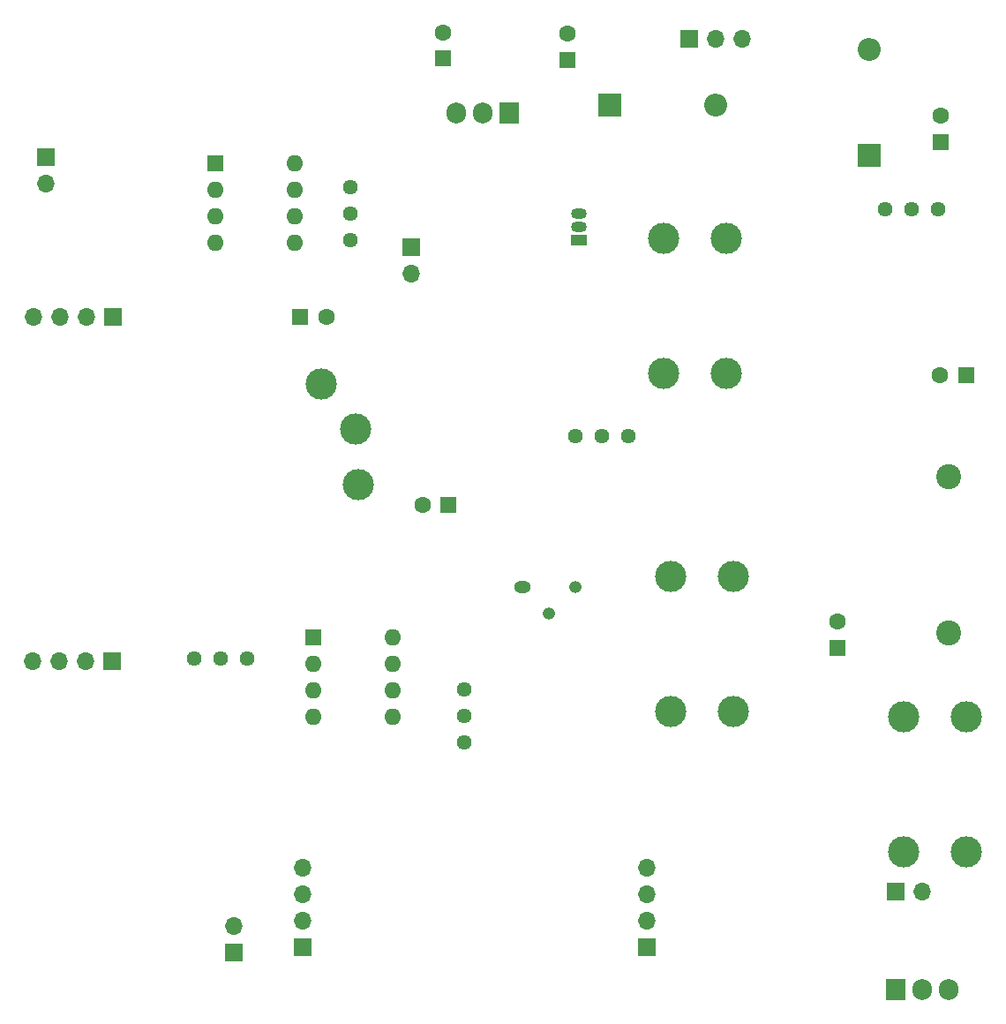
<source format=gbr>
%TF.GenerationSoftware,KiCad,Pcbnew,(6.0.7)*%
%TF.CreationDate,2022-09-22T21:01:33-04:00*%
%TF.ProjectId,Bitx40pa,42697478-3430-4706-912e-6b696361645f,rev?*%
%TF.SameCoordinates,Original*%
%TF.FileFunction,Soldermask,Bot*%
%TF.FilePolarity,Negative*%
%FSLAX46Y46*%
G04 Gerber Fmt 4.6, Leading zero omitted, Abs format (unit mm)*
G04 Created by KiCad (PCBNEW (6.0.7)) date 2022-09-22 21:01:33*
%MOMM*%
%LPD*%
G01*
G04 APERTURE LIST*
%ADD10R,1.700000X1.700000*%
%ADD11O,1.700000X1.700000*%
%ADD12R,1.600000X1.600000*%
%ADD13C,1.600000*%
%ADD14C,3.000000*%
%ADD15C,2.400000*%
%ADD16C,1.440000*%
%ADD17O,1.600000X1.200000*%
%ADD18O,1.200000X1.200000*%
%ADD19R,2.200000X2.200000*%
%ADD20O,2.200000X2.200000*%
%ADD21O,1.600000X1.600000*%
%ADD22R,1.905000X2.000000*%
%ADD23O,1.905000X2.000000*%
%ADD24R,1.500000X1.050000*%
%ADD25O,1.500000X1.050000*%
G04 APERTURE END LIST*
D10*
%TO.C,J4*%
X112263000Y-101600000D03*
D11*
X114803000Y-101600000D03*
%TD*%
D12*
%TO.C,C27*%
X116586000Y-29718000D03*
D13*
X116586000Y-27218000D03*
%TD*%
D14*
%TO.C,T3*%
X113030000Y-84836000D03*
X113030000Y-97836000D03*
X119030000Y-84836000D03*
X119030000Y-97836000D03*
%TD*%
%TO.C,T2*%
X90678000Y-71374000D03*
X90678000Y-84374000D03*
X96678000Y-71374000D03*
X96678000Y-84374000D03*
%TD*%
%TO.C,T1*%
X89964000Y-38966000D03*
X89964000Y-51966000D03*
X95964000Y-38966000D03*
X95964000Y-51966000D03*
%TD*%
D10*
%TO.C,U1*%
X37130000Y-46482000D03*
D11*
X34590000Y-46482000D03*
X32050000Y-46482000D03*
X29510000Y-46482000D03*
X29464000Y-79502000D03*
X32004000Y-79502000D03*
X34544000Y-79502000D03*
D10*
X37084000Y-79502000D03*
%TD*%
D14*
%TO.C,TR1*%
X57164000Y-52959000D03*
X60466000Y-57277000D03*
X60720000Y-62611000D03*
%TD*%
D12*
%TO.C,C23*%
X119008700Y-52070000D03*
D13*
X116508700Y-52070000D03*
%TD*%
D15*
%TO.C,L1*%
X117348000Y-61842000D03*
X117348000Y-76842000D03*
%TD*%
D12*
%TO.C,C37*%
X80772000Y-21844000D03*
D13*
X80772000Y-19344000D03*
%TD*%
D10*
%TO.C,J1*%
X30734000Y-31237000D03*
D11*
X30734000Y-33777000D03*
%TD*%
D16*
%TO.C,RV4*%
X111252000Y-36202000D03*
X113792000Y-36202000D03*
X116332000Y-36202000D03*
%TD*%
D12*
%TO.C,C38*%
X68834000Y-21726700D03*
D13*
X68834000Y-19226700D03*
%TD*%
D16*
%TO.C,RV5*%
X59944000Y-39126000D03*
X59944000Y-36586000D03*
X59944000Y-34046000D03*
%TD*%
D10*
%TO.C,U3*%
X88392000Y-106980000D03*
D11*
X88392000Y-104440000D03*
X88392000Y-101900000D03*
X88392000Y-99360000D03*
X55372000Y-99314000D03*
X55372000Y-101854000D03*
X55372000Y-104394000D03*
D10*
X55372000Y-106934000D03*
%TD*%
D12*
%TO.C,C22*%
X106680000Y-78232000D03*
D13*
X106680000Y-75732000D03*
%TD*%
D17*
%TO.C,Q2*%
X76454000Y-72390000D03*
D18*
X78994000Y-74930000D03*
X81534000Y-72390000D03*
%TD*%
D19*
%TO.C,D4*%
X84836000Y-26162000D03*
D20*
X94996000Y-26162000D03*
%TD*%
D16*
%TO.C,RV1*%
X50048000Y-79248000D03*
X47508000Y-79248000D03*
X44968000Y-79248000D03*
%TD*%
D12*
%TO.C,U2*%
X56398000Y-77226000D03*
D21*
X56398000Y-79766000D03*
X56398000Y-82306000D03*
X56398000Y-84846000D03*
X64018000Y-84846000D03*
X64018000Y-82306000D03*
X64018000Y-79766000D03*
X64018000Y-77226000D03*
%TD*%
D10*
%TO.C,J7*%
X92471000Y-19812000D03*
D11*
X95011000Y-19812000D03*
X97551000Y-19812000D03*
%TD*%
D12*
%TO.C,C8*%
X69342000Y-64516000D03*
D13*
X66842000Y-64516000D03*
%TD*%
D22*
%TO.C,U5*%
X75184000Y-26995000D03*
D23*
X72644000Y-26995000D03*
X70104000Y-26995000D03*
%TD*%
D12*
%TO.C,U4*%
X46990000Y-31750000D03*
D21*
X46990000Y-34290000D03*
X46990000Y-36830000D03*
X46990000Y-39370000D03*
X54610000Y-39370000D03*
X54610000Y-36830000D03*
X54610000Y-34290000D03*
X54610000Y-31750000D03*
%TD*%
D12*
%TO.C,C31*%
X55118000Y-46482000D03*
D13*
X57618000Y-46482000D03*
%TD*%
D19*
%TO.C,D1*%
X109728000Y-30988000D03*
D20*
X109728000Y-20828000D03*
%TD*%
D16*
%TO.C,RV3*%
X86624000Y-57912000D03*
X84084000Y-57912000D03*
X81544000Y-57912000D03*
%TD*%
D10*
%TO.C,J2*%
X65786000Y-39873000D03*
D11*
X65786000Y-42413000D03*
%TD*%
D10*
%TO.C,J3*%
X48768000Y-107442000D03*
D11*
X48768000Y-104902000D03*
%TD*%
D16*
%TO.C,RV2*%
X70866000Y-82286000D03*
X70866000Y-84826000D03*
X70866000Y-87366000D03*
%TD*%
D22*
%TO.C,Q4*%
X112268000Y-110998000D03*
D23*
X114808000Y-110998000D03*
X117348000Y-110998000D03*
%TD*%
D24*
%TO.C,Q1*%
X81894000Y-39116000D03*
D25*
X81894000Y-37846000D03*
X81894000Y-36576000D03*
%TD*%
M02*

</source>
